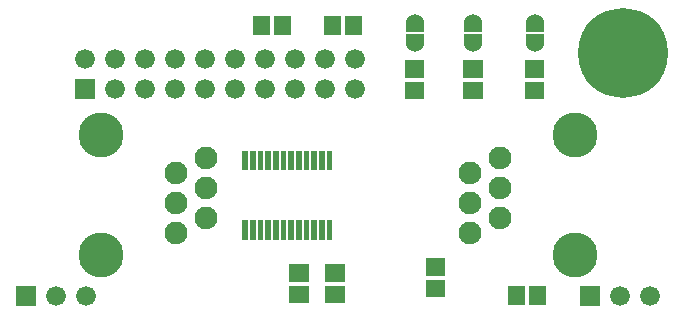
<source format=gbr>
G04 start of page 6 for group -4063 idx -4063 *
G04 Title: (unknown), componentmask *
G04 Creator: pcb 20140316 *
G04 CreationDate: Thu 29 Nov 2018 10:04:31 PM GMT UTC *
G04 For: railfan *
G04 Format: Gerber/RS-274X *
G04 PCB-Dimensions (mil): 2220.00 1040.00 *
G04 PCB-Coordinate-Origin: lower left *
%MOIN*%
%FSLAX25Y25*%
%LNTOPMASK*%
%ADD56R,0.0190X0.0190*%
%ADD55R,0.0300X0.0300*%
%ADD54C,0.0600*%
%ADD53R,0.0572X0.0572*%
%ADD52C,0.0760*%
%ADD51C,0.0660*%
%ADD50C,0.1500*%
%ADD49C,0.0001*%
%ADD48C,0.2997*%
G54D48*X206000Y88000D03*
G54D49*G36*
X191700Y10300D02*Y3700D01*
X198300D01*
Y10300D01*
X191700D01*
G37*
G54D50*X190000Y20500D03*
Y60500D03*
G54D51*X205000Y7000D03*
X215000D03*
G54D52*X155000Y28000D03*
Y38000D03*
Y48000D03*
X165000Y33000D03*
Y43000D03*
Y53000D03*
G54D49*G36*
X23200Y79300D02*Y72700D01*
X29800D01*
Y79300D01*
X23200D01*
G37*
G54D51*X36500Y76000D03*
X26500Y86000D03*
X36500D03*
X56500Y76000D03*
X66500D03*
X76500D03*
X46500D03*
Y86000D03*
X56500D03*
X66500D03*
X76500D03*
X86500D03*
X96500D03*
X106500D03*
X116500D03*
X86500Y76000D03*
X96500D03*
X106500D03*
X116500D03*
G54D52*X67000Y53000D03*
Y43000D03*
Y33000D03*
X57000Y48000D03*
Y38000D03*
Y28000D03*
G54D50*X32000Y60500D03*
Y20500D03*
G54D49*G36*
X3700Y10300D02*Y3700D01*
X10300D01*
Y10300D01*
X3700D01*
G37*
G54D51*X17000Y7000D03*
X27000D03*
G54D53*X116043Y97393D02*Y96607D01*
X108957Y97393D02*Y96607D01*
X85457Y97393D02*Y96607D01*
X92543Y97393D02*Y96607D01*
G54D54*X136500Y97900D03*
G54D55*X135000Y96400D02*X138000D01*
G54D54*X156000Y91100D03*
G54D55*X154500Y92600D02*X157500D01*
G54D54*X176500Y91100D03*
G54D55*X175000Y92600D02*X178000D01*
G54D54*X156000Y97900D03*
G54D55*X154500Y96400D02*X157500D01*
G54D54*X176500Y97900D03*
G54D55*X175000Y96400D02*X178000D01*
G54D53*X143107Y9457D02*X143893D01*
X143107Y16543D02*X143893D01*
X109607Y14543D02*X110393D01*
X109607Y7457D02*X110393D01*
X97607Y14543D02*X98393D01*
X97607Y7457D02*X98393D01*
X177543Y7393D02*Y6607D01*
X170457Y7393D02*Y6607D01*
G54D56*X108074Y54417D02*Y49811D01*
Y52811D02*Y51417D01*
X105515Y54417D02*Y49811D01*
Y52811D02*Y51417D01*
X102956Y54417D02*Y49811D01*
Y52811D02*Y51417D01*
X100397Y54417D02*Y49811D01*
Y52811D02*Y51417D01*
X97838Y54417D02*Y49811D01*
Y52811D02*Y51417D01*
X95279Y54417D02*Y49811D01*
Y52811D02*Y51417D01*
G54D53*X136107Y75457D02*X136893D01*
X155607D02*X156393D01*
X176107D02*X176893D01*
X136107Y82543D02*X136893D01*
X155607D02*X156393D01*
X176107D02*X176893D01*
G54D54*X136500Y91100D03*
G54D55*X135000Y92600D02*X138000D01*
G54D56*X92721Y54417D02*Y49811D01*
Y52811D02*Y51417D01*
X90162Y54417D02*Y49811D01*
Y52811D02*Y51417D01*
X87603Y54417D02*Y49811D01*
Y52811D02*Y51417D01*
X85044Y54417D02*Y49811D01*
Y52811D02*Y51417D01*
X82485Y54417D02*Y49811D01*
Y52811D02*Y51417D01*
X79926Y54417D02*Y49811D01*
Y52811D02*Y51417D01*
Y31189D02*Y26583D01*
Y29583D02*Y28189D01*
X82485Y31189D02*Y26583D01*
Y29583D02*Y28189D01*
X85044Y31189D02*Y26583D01*
Y29583D02*Y28189D01*
X87603Y31189D02*Y26583D01*
Y29583D02*Y28189D01*
X90162Y31189D02*Y26583D01*
Y29583D02*Y28189D01*
X92721Y31189D02*Y26583D01*
Y29583D02*Y28189D01*
X95279Y31189D02*Y26583D01*
Y29583D02*Y28189D01*
X97838Y31189D02*Y26583D01*
Y29583D02*Y28189D01*
X100397Y31189D02*Y26583D01*
Y29583D02*Y28189D01*
X102956Y31189D02*Y26583D01*
Y29583D02*Y28189D01*
X105515Y31189D02*Y26583D01*
Y29583D02*Y28189D01*
X108074Y31189D02*Y26583D01*
Y29583D02*Y28189D01*
M02*

</source>
